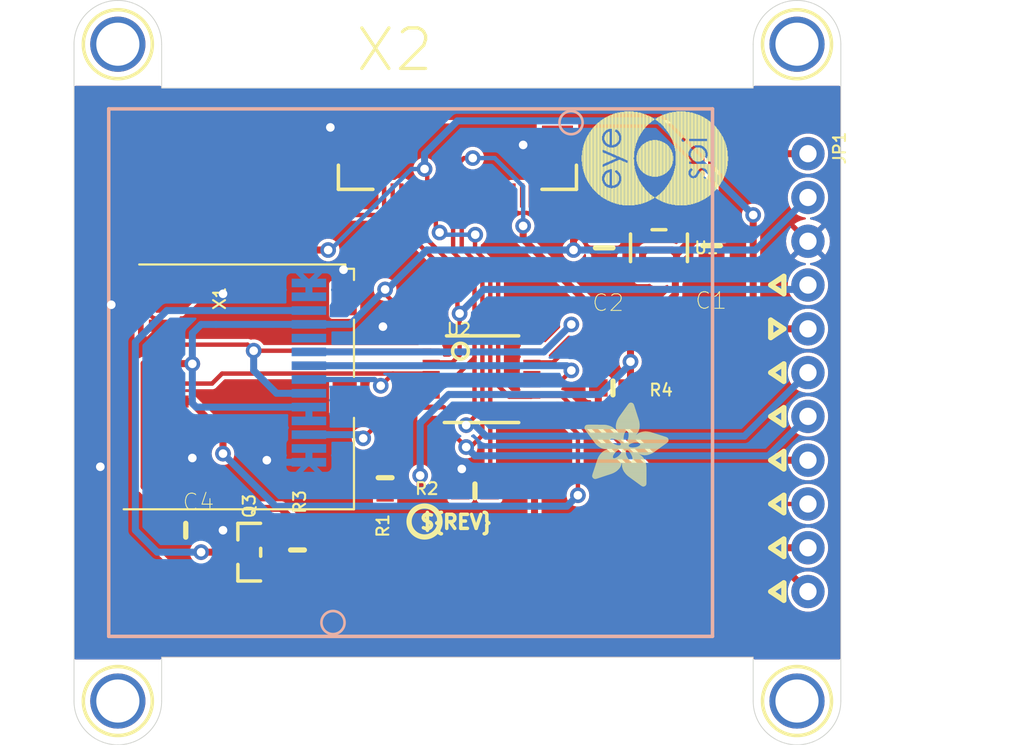
<source format=kicad_pcb>
(kicad_pcb (version 20221018) (generator pcbnew)
  (layers (0 "F.Cu" signal) (1 "In1.Cu" signal) (2 "In2.Cu" signal) (3 "In3.Cu" signal) (4 "In4.Cu" signal) (5 "In5.Cu" signal) (6 "In6.Cu" signal) (7 "In7.Cu" signal) (8 "In8.Cu" signal) (9 "In9.Cu" signal) (10 "In10.Cu" signal) (11 "In11.Cu" signal) (12 "In12.Cu" signal) (13 "In13.Cu" signal) (14 "In14.Cu" signal) (31 "B.Cu" signal) (34 "B.Paste" user) (35 "F.Paste" user) (36 "B.SilkS" user "B.Silkscreen") (37 "F.SilkS" user "F.Silkscreen") (38 "B.Mask" user) (39 "F.Mask" user) (44 "Edge.Cuts" user))
  (net 0 "")
  (net 1 "GND")
  (net 2 "SCK")
  (net 3 "SCK_3V")
  (net 4 "MOSI")
  (net 5 "MOSI_3V")
  (net 6 "MISO")
  (net 7 "+3V3")
  (net 8 "CARDCS")
  (net 9 "CARDCS_3V")
  (net 10 "N$5")
  (net 11 "LITE")
  (net 12 "TFTDC")
  (net 13 "TFTDC_3V")
  (net 14 "TFTCS_3V")
  (net 15 "TFTCS")
  (net 16 "RST_3V")
  (net 17 "VIN")
  (net 18 "TFTRST")
  (footprint "working:PLABEL1" (layer "F.Cu") (at 162.0901 110.5916)
    (fp_text reference "PLABEL1" hide)
    (fp_text value "" hide)
  )
  (footprint "working:MOUNTINGHOLE_2.5_PLATED" (layer "F.Cu") (at 168.1861 85.9536)
    (fp_text reference "U$9" hide)
    (fp_text value "MOUNTINGHOLE2.5" hide)
  )
  (footprint "working:FIDUCIAL_1MM" (layer "F.Cu") (at 129.5781 89.7636)
    (fp_text reference "U$4" hide)
    (fp_text value "FIDUCIAL_1MM" hide)
  )
  (footprint "working:PLABEL7" (layer "F.Cu") (at 162.8521 102.9716)
    (fp_text reference "PLABEL7" hide)
    (fp_text value "" hide)
  )
  (footprint "working:PLABEL8" (layer "F.Cu") (at 163.4871 118.2116)
    (fp_text reference "PLABEL8" hide)
    (fp_text value "" hide)
  )
  (footprint "working:MOUNTINGHOLE_2.5_PLATED" (layer "F.Cu") (at 128.8161 124.0536)
    (fp_text reference "U$8" hide)
    (fp_text value "MOUNTINGHOLE2.5" hide)
  )
  (footprint "working:MICROSD" (layer "F.Cu") (at 134.9121 106.0196 -90)
    (fp_text reference "X1")
    (fp_text value "MICROSD")
  )
  (footprint "working:0805-NO" (layer "F.Cu") (at 157.0101 97.7646 -90)
    (fp_text reference "C2")
    (fp_text value "10uF")
  )
  (footprint "working:PLABEL5" (layer "F.Cu") (at 162.8521 105.5116)
    (fp_text reference "PLABEL5" hide)
    (fp_text value "" hide)
  )
  (footprint "working:MOUNTINGHOLE_2.5_PLATED" (layer "F.Cu") (at 168.1861 124.0536)
    (fp_text reference "U$10" hide)
    (fp_text value "MOUNTINGHOLE2.5" hide)
  )
  (footprint "working:0603-NO" (layer "F.Cu") (at 157.5181 105.8926)
    (fp_text reference "R4")
    (fp_text value "10K")
  )
  (footprint "working:PLABEL6" (layer "F.Cu") (at 163.6141 100.3046)
    (fp_text reference "PLABEL6" hide)
    (fp_text value "" hide)
  )
  (footprint "working:FIDUCIAL_1MM" (layer "F.Cu") (at 168.6941 89.7636)
    (fp_text reference "U$5" hide)
    (fp_text value "FIDUCIAL_1MM" hide)
  )
  (footprint "working:PCBFEAT-REV-040" (layer "F.Cu") (at 146.5961 113.6396)
    (fp_text reference "U$2" hide)
    (fp_text value "" hide)
  )
  (footprint "working:0805-NO" (layer "F.Cu") (at 163.2331 97.6376 -90)
    (fp_text reference "C1")
    (fp_text value "10uF")
  )
  (footprint "working:PLABEL3" (layer "F.Cu") (at 159.9311 115.6716)
    (fp_text reference "PLABEL3" hide)
    (fp_text value "" hide)
  )
  (footprint "working:FIDUCIAL_1MM" (layer "F.Cu") (at 168.6941 120.4976)
    (fp_text reference "U$3" hide)
    (fp_text value "FIDUCIAL_1MM" hide)
  )
  (footprint "working:EYESPI_MINI_LOGO" (layer "F.Cu") (at 164.2491 95.3516 90)
    (fp_text reference "U$17" hide)
    (fp_text value "" hide)
  )
  (footprint "working:0603-NO" (layer "F.Cu") (at 149.5171 111.8616 180)
    (fp_text reference "R2")
    (fp_text value "10K")
  )
  (footprint "working:PLABEL4" (layer "F.Cu") (at 161.2011 108.0516)
    (fp_text reference "PLABEL4" hide)
    (fp_text value "" hide)
  )
  (footprint "working:SOT23-WIDE" (layer "F.Cu") (at 136.4361 115.4176 90)
    (fp_text reference "Q3")
    (fp_text value "BSS138")
  )
  (footprint "working:PLABEL12" (layer "F.Cu") (at 127.0381 120.6246)
    (fp_text reference "PLABEL12" hide)
    (fp_text value "" hide)
  )
  (footprint "working:PLABEL10" (layer "F.Cu") (at 143.2941 116.4336)
    (fp_text reference "PLABEL10" hide)
    (fp_text value "" hide)
  )
  (footprint "working:PLABEL13" (layer "F.Cu") (at 143.1671 120.8786)
    (fp_text reference "PLABEL13" hide)
    (fp_text value "" hide)
  )
  (footprint "working:PLABEL2" (layer "F.Cu") (at 163.9951 113.1316)
    (fp_text reference "PLABEL2" hide)
    (fp_text value "" hide)
  )
  (footprint "working:0603-NO" (layer "F.Cu") (at 132.7531 114.1476)
    (fp_text reference "C4")
    (fp_text value "0.1uF")
  )
  (footprint "working:0603-NO" (layer "F.Cu") (at 139.2301 115.2906 90)
    (fp_text reference "R3")
    (fp_text value "10K")
  )
  (footprint "working:PLABEL0" (layer "F.Cu") (at 165.6461 92.6846)
    (fp_text reference "PLABEL0" hide)
    (fp_text value "" hide)
  )
  (footprint "working:EYE_SPI_DISPLAY_BOTCONTACT" (layer "F.Cu") (at 148.5011 93.5736 180)
    (fp_text reference "X2")
    (fp_text value "EYE_SPI_DISPLAY_FLIP")
  )
  (footprint "working:MOUNTINGHOLE_2.5_PLATED" (layer "F.Cu") (at 128.8161 85.9536)
    (fp_text reference "U$7" hide)
    (fp_text value "MOUNTINGHOLE2.5" hide)
  )
  (footprint "working:PLABEL9" (layer "F.Cu") (at 128.9431 98.2726)
    (fp_text reference "PLABEL9" hide)
    (fp_text value "" hide)
  )
  (footprint "working:PLABEL11" (layer "F.Cu") (at 143.2941 118.7196)
    (fp_text reference "PLABEL11" hide)
    (fp_text value "" hide)
  )
  (footprint "working:PLABEL14" (layer "F.Cu") (at 165.1381 97.7646)
    (fp_text reference "PLABEL14" hide)
    (fp_text value "" hide)
  )
  (footprint "working:1X11_ROUND_76" (layer "F.Cu") (at 168.8211 105.0036 -90)
    (fp_text reference "JP1")
    (fp_text value "")
  )
  (footprint "working:TSSOP16" (layer "F.Cu") (at 149.8981 105.3846 -90)
    (fp_text reference "U2")
    (fp_text value "74HC4050PWR")
  )
  (footprint "working:ADAFRUIT_5MM" (layer "F.Cu") (at 155.8671 111.6076)
    (fp_text reference "U$1" hide)
    (fp_text value "" hide)
  )
  (footprint "working:SOT23-5" (layer "F.Cu") (at 160.1851 97.7646)
    (fp_text reference "U1")
    (fp_text value "AP2127K-3.3")
  )
  (footprint "working:0603-NO" (layer "F.Cu") (at 144.3101 111.0996 -90)
    (fp_text reference "R1")
    (fp_text value "10K")
  )
  (footprint "working:PLABEL15" (layer "F.Cu") (at 164.8841 95.3516)
    (fp_text reference "PLABEL15" hide)
    (fp_text value "" hide)
  )
  (footprint "working:PLABEL26" (layer "B.Cu") (at 167.4241 117.7036 180)
    (fp_text reference "PLABEL26" hide)
    (fp_text value "" hide)
  )
  (footprint "working:PLABEL19" (layer "B.Cu") (at 167.4241 99.9236 180)
    (fp_text reference "PLABEL19" hide)
    (fp_text value "" hide)
  )
  (footprint "working:PLABEL24" (layer "B.Cu") (at 167.4241 112.6236 180)
    (fp_text reference "PLABEL24" hide)
    (fp_text value "" hide)
  )
  (footprint "working:PLABEL17" (layer "B.Cu") (at 167.4241 94.8436 180)
    (fp_text reference "PLABEL17" hide)
    (fp_text value "" hide)
  )
  (footprint "working:PLABEL16" (layer "B.Cu") (at 167.4241 92.3036 180)
    (fp_text reference "PLABEL16" hide)
    (fp_text value "" hide)
  )
  (footprint "working:TFT_1.44IN_128_128" (layer "B.Cu") (at 127.0381 105.0036 90)
    (fp_text reference "TFT2" hide)
    (fp_text value "DISP_LCD_ST7735_1.44IN" hide)
  )
  (footprint "working:PLABEL18" (layer "B.Cu") (at 167.4241 97.3836 180)
    (fp_text reference "PLABEL18" hide)
    (fp_text value "" hide)
  )
  (footprint "working:PLABEL22" (layer "B.Cu") (at 167.4241 107.5436 180)
    (fp_text reference "PLABEL22" hide)
    (fp_text value "" hide)
  )
  (footprint "working:PLABEL20" (layer "B.Cu") (at 167.4241 102.4636 180)
    (fp_text reference "PLABEL20" hide)
    (fp_text value "" hide)
  )
  (footprint "working:PLABEL25" (layer "B.Cu") (at 167.4241 115.1636 180)
    (fp_text reference "PLABEL25" hide)
    (fp_text value "" hide)
  )
  (footprint "working:PLABEL23" (layer "B.Cu") (at 167.4241 110.0836 180)
    (fp_text reference "PLABEL23" hide)
    (fp_text value "" hide)
  )
  (footprint "working:PLABEL21" (layer "B.Cu") (at 167.4241 105.0036 180)
    (fp_text reference "PLABEL21" hide)
    (fp_text value "" hide)
  )
  (gr_line (start 166.6621 105.0036) (end 167.4241 105.5116) (stroke (width 0.3048)) (layer "F.SilkS"))
  (gr_line (start 167.4241 100.4316) (end 166.6621 99.9236) (stroke (width 0.3048)) (layer "F.SilkS"))
  (gr_line (start 166.6621 110.0836) (end 167.4241 110.5916) (stroke (width 0.3048)) (layer "F.SilkS"))
  (gr_line (start 167.4241 109.5756) (end 166.6621 110.0836) (stroke (width 0.3048)) (layer "F.SilkS"))
  (gr_line (start 167.4241 112.1156) (end 166.6621 112.6236) (stroke (width 0.3048)) (layer "F.SilkS"))
  (gr_line (start 167.4241 114.6556) (end 166.6621 115.1636) (stroke (width 0.3048)) (layer "F.SilkS"))
  (gr_line (start 167.4241 113.1316) (end 167.4241 112.1156) (stroke (width 0.3048)) (layer "F.SilkS"))
  (gr_line (start 167.4241 117.1956) (end 167.4241 118.2116) (stroke (width 0.3048)) (layer "F.SilkS"))
  (gr_line (start 167.4241 108.0516) (end 167.4241 107.0356) (stroke (width 0.3048)) (layer "F.SilkS"))
  (gr_line (start 167.4241 107.0356) (end 166.6621 107.5436) (stroke (width 0.3048)) (layer "F.SilkS"))
  (gr_line (start 167.4241 104.4956) (end 166.6621 105.0036) (stroke (width 0.3048)) (layer "F.SilkS"))
  (gr_line (start 166.6621 117.7036) (end 167.4241 117.1956) (stroke (width 0.3048)) (layer "F.SilkS"))
  (gr_line (start 167.4241 115.6716) (end 167.4241 114.6556) (stroke (width 0.3048)) (layer "F.SilkS"))
  (gr_line (start 166.6621 99.9236) (end 167.4241 99.4156) (stroke (width 0.3048)) (layer "F.SilkS"))
  (gr_line (start 167.4241 102.4636) (end 166.6621 101.9556) (stroke (width 0.3048)) (layer "F.SilkS"))
  (gr_line (start 166.6621 107.5436) (end 167.4241 108.0516) (stroke (width 0.3048)) (layer "F.SilkS"))
  (gr_line (start 166.6621 101.9556) (end 166.6621 102.9716) (stroke (width 0.3048)) (layer "F.SilkS"))
  (gr_line (start 167.4241 99.4156) (end 167.4241 100.4316) (stroke (width 0.3048)) (layer "F.SilkS"))
  (gr_line (start 166.6621 112.6236) (end 167.4241 113.1316) (stroke (width 0.3048)) (layer "F.SilkS"))
  (gr_line (start 166.6621 115.1636) (end 167.4241 115.6716) (stroke (width 0.3048)) (layer "F.SilkS"))
  (gr_line (start 167.4241 110.5916) (end 167.4241 109.5756) (stroke (width 0.3048)) (layer "F.SilkS"))
  (gr_line (start 166.6621 102.9716) (end 167.4241 102.4636) (stroke (width 0.3048)) (layer "F.SilkS"))
  (gr_line (start 167.4241 118.2116) (end 166.6621 117.7036) (stroke (width 0.3048)) (layer "F.SilkS"))
  (gr_line (start 167.4241 105.5116) (end 167.4241 104.4956) (stroke (width 0.3048)) (layer "F.SilkS"))
  (gr_line (start 165.6461 121.5136) (end 165.6461 124.0536) (stroke (width 0.05)) (layer "Edge.Cuts"))
  (gr_arc (start 168.1861 126.5936) (mid 166.390049 125.849651) (end 165.6461 124.0536) (stroke (width 0.05)) (layer "Edge.Cuts"))
  (gr_arc (start 165.6461 85.9536) (mid 166.390049 84.157549) (end 168.1861 83.4136) (stroke (width 0.05)) (layer "Edge.Cuts"))
  (gr_arc (start 168.1861 83.4136) (mid 169.982151 84.157549) (end 170.7261 85.9536) (stroke (width 0.05)) (layer "Edge.Cuts"))
  (gr_line (start 126.2761 85.9536) (end 126.2761 124.0536) (stroke (width 0.05)) (layer "Edge.Cuts"))
  (gr_line (start 131.3561 121.5136) (end 165.6461 121.5136) (stroke (width 0.05)) (layer "Edge.Cuts"))
  (gr_line (start 131.3561 124.0536) (end 131.3561 121.5136) (stroke (width 0.05)) (layer "Edge.Cuts"))
  (gr_line (start 131.3561 88.4936) (end 131.3561 85.9536) (stroke (width 0.05)) (layer "Edge.Cuts"))
  (gr_line (start 170.7261 124.0536) (end 170.7261 85.9536) (stroke (width 0.05)) (layer "Edge.Cuts"))
  (gr_arc (start 170.7261 124.0536) (mid 169.982151 125.849651) (end 168.1861 126.5936) (stroke (width 0.05)) (layer "Edge.Cuts"))
  (gr_line (start 165.6461 88.4936) (end 131.3561 88.4936) (stroke (width 0.05)) (layer "Edge.Cuts"))
  (gr_line (start 165.6461 85.9536) (end 165.6461 88.4936) (stroke (width 0.05)) (layer "Edge.Cuts"))
  (gr_arc (start 126.2761 85.9536) (mid 127.020049 84.157549) (end 128.8161 83.4136) (stroke (width 0.05)) (layer "Edge.Cuts"))
  (gr_arc (start 128.8161 83.4136) (mid 130.612151 84.157549) (end 131.3561 85.9536) (stroke (width 0.05)) (layer "Edge.Cuts"))
  (gr_arc (start 128.8161 126.5936) (mid 127.020049 125.849651) (end 126.2761 124.0536) (stroke (width 0.05)) (layer "Edge.Cuts"))
  (gr_arc (start 131.3561 124.0536) (mid 130.612151 125.849651) (end 128.8161 126.5936) (stroke (width 0.05)) (layer "Edge.Cuts"))
  (via (at 128.4351 101.0666) (size 0.9064) (drill 0.5) (layers "F.Cu" "B.Cu") (net 1))
  (via (at 133.1341 109.9566) (size 0.9064) (drill 0.5) (layers "F.Cu" "B.Cu") (net 1))
  (via (at 141.1351 90.7796) (size 0.9064) (drill 0.5) (layers "F.Cu" "B.Cu") (net 1))
  (via (at 137.4521 110.0836) (size 0.9064) (drill 0.5) (layers "F.Cu" "B.Cu") (net 1))
  (via (at 148.7551 110.5916) (size 0.9064) (drill 0.5) (layers "F.Cu" "B.Cu") (net 1))
  (via (at 144.1831 102.3366) (size 0.9064) (drill 0.5) (layers "F.Cu" "B.Cu") (net 1))
  (via (at 134.9121 100.4316) (size 0.9064) (drill 0.5) (layers "F.Cu" "B.Cu") (net 1))
  (via (at 141.8971 99.0346) (size 0.9064) (drill 0.5) (layers "F.Cu" "B.Cu") (net 1))
  (via (at 152.3111 91.7956) (size 0.9064) (drill 0.5) (layers "F.Cu" "B.Cu") (net 1))
  (via (at 127.8001 110.4646) (size 0.9064) (drill 0.5) (layers "F.Cu" "B.Cu") (net 1))
  (via (at 134.9121 114.1476) (size 0.9064) (drill 0.5) (layers "F.Cu" "B.Cu") (net 1))
  (segment (start 139.8931 110.2036) (end 139.8931 109.4036) (width 0.4064) (layer "B.Cu") (net 1))
  (segment (start 139.8931 110.2036) (end 137.5721 110.2036) (width 0.4064) (layer "B.Cu") (net 1))
  (segment (start 139.8931 99.8036) (end 139.8931 100.6036) (width 0.4064) (layer "B.Cu") (net 1))
  (segment (start 137.5721 110.2036) (end 137.4521 110.0836) (width 0.4064) (layer "B.Cu") (net 1))
  (segment (start 145.7511 97.0466) (end 148.5011 99.7966) (width 0.254) (layer "F.Cu") (net 2))
  (segment (start 148.5011 99.7966) (end 148.5011 101.4476) (width 0.254) (layer "F.Cu") (net 2))
  (segment (start 148.6281 103.9876) (end 148.6281 101.5746) (width 0.254) (layer "F.Cu") (net 2))
  (segment (start 146.9803 104.4096) (end 148.2061 104.4096) (width 0.254) (layer "F.Cu") (net 2))
  (segment (start 145.7511 94.7276) (end 145.7511 97.0466) (width 0.254) (layer "F.Cu") (net 2))
  (segment (start 148.5011 101.4476) (end 148.6281 101.5746) (width 0.254) (layer "F.Cu") (net 2))
  (segment (start 148.2061 104.4096) (end 148.6281 103.9876) (width 0.254) (layer "F.Cu") (net 2))
  (via (at 148.6281 101.5746) (size 0.9064) (drill 0.5) (layers "F.Cu" "B.Cu") (net 2))
  (segment (start 168.5671 100.1776) (end 150.0251 100.1776) (width 0.4064) (layer "B.Cu") (net 2))
  (segment (start 148.6281 101.5746) (end 150.0251 100.1776) (width 0.4064) (layer "B.Cu") (net 2))
  (segment (start 168.8211 99.9236) (end 168.5671 100.1776) (width 0.4064) (layer "B.Cu") (net 2))
  (segment (start 136.3371 103.3806) (end 136.6901 103.7336) (width 0.254) (layer "F.Cu") (net 3))
  (segment (start 146.9543 103.7336) (end 146.9803 103.7596) (width 0.254) (layer "F.Cu") (net 3))
  (segment (start 136.6901 103.7336) (end 146.9543 103.7336) (width 0.254) (layer "F.Cu") (net 3))
  (segment (start 131.7651 103.3806) (end 136.3371 103.3806) (width 0.254) (layer "F.Cu") (net 3))
  (via (at 136.6901 103.7336) (size 0.9064) (drill 0.5) (layers "F.Cu" "B.Cu") (net 3))
  (segment (start 139.8931 106.2036) (end 138.0171 106.2036) (width 0.4064) (layer "B.Cu") (net 3))
  (segment (start 138.0171 106.2036) (end 136.6901 104.8766) (width 0.4064) (layer "B.Cu") (net 3))
  (segment (start 136.6901 104.8766) (end 136.6901 103.7336) (width 0.4064) (layer "B.Cu") (net 3))
  (segment (start 149.4917 100.0252) (end 149.4917 104.14) (width 0.254) (layer "F.Cu") (net 4))
  (segment (start 149.4917 107.569) (end 149.0091 108.0516) (width 0.254) (layer "F.Cu") (net 4))
  (segment (start 146.2511 96.7846) (end 149.4917 100.0252) (width 0.254) (layer "F.Cu") (net 4))
  (segment (start 149.4917 104.14) (end 147.9221 105.7096) (width 0.254) (layer "F.Cu") (net 4))
  (segment (start 146.2511 94.7276) (end 146.2511 96.7846) (width 0.254) (layer "F.Cu") (net 4))
  (segment (start 146.9803 105.7096) (end 147.9221 105.7096) (width 0.254) (layer "F.Cu") (net 4))
  (segment (start 149.4917 104.14) (end 149.4917 107.569) (width 0.254) (layer "F.Cu") (net 4))
  (via (at 149.0091 108.0516) (size 0.9064) (drill 0.5) (layers "F.Cu" "B.Cu") (net 4))
  (segment (start 149.5171 108.0516) (end 149.0091 108.0516) (width 0.4064) (layer "B.Cu") (net 4))
  (segment (start 168.8211 105.0036) (end 165.1381 108.6866) (width 0.4064) (layer "B.Cu") (net 4))
  (segment (start 150.1521 108.6866) (end 149.5171 108.0516) (width 0.4064) (layer "B.Cu") (net 4))
  (segment (start 165.1381 108.6866) (end 150.1521 108.6866) (width 0.4064) (layer "B.Cu") (net 4))
  (segment (start 131.8231 105.6386) (end 131.7651 105.5806) (width 0.254) (layer "F.Cu") (net 5))
  (segment (start 134.2771 105.6386) (end 131.8231 105.6386) (width 0.254) (layer "F.Cu") (net 5))
  (segment (start 144.7621 105.0596) (end 134.8561 105.0596) (width 0.254) (layer "F.Cu") (net 5))
  (segment (start 144.7621 105.0596) (end 144.0561 105.7656) (width 0.254) (layer "F.Cu") (net 5))
  (segment (start 146.9803 105.0596) (end 144.7621 105.0596) (width 0.254) (layer "F.Cu") (net 5))
  (segment (start 134.8561 105.0596) (end 134.2771 105.6386) (width 0.254) (layer "F.Cu") (net 5))
  (via (at 144.0561 105.7656) (size 0.9064) (drill 0.5) (layers "F.Cu" "B.Cu") (net 5))
  (segment (start 143.6941 105.4036) (end 144.0561 105.7656) (width 0.3048) (layer "B.Cu") (net 5))
  (segment (start 140.7541 105.4036) (end 143.6941 105.4036) (width 0.3048) (layer "B.Cu") (net 5))
  (segment (start 139.8931 105.4036) (end 140.7541 105.4036) (width 0.4064) (layer "B.Cu") (net 5))
  (segment (start 146.7511 93.3476) (end 146.5961 93.1926) (width 0.254) (layer "F.Cu") (net 6))
  (segment (start 141.0081 97.8916) (end 135.9281 97.8916) (width 0.4064) (layer "F.Cu") (net 6))
  (segment (start 146.7511 94.7276) (end 146.7511 93.3476) (width 0.254) (layer "F.Cu") (net 6))
  (segment (start 168.8211 102.4636) (end 166.9161 102.4636) (width 0.4064) (layer "F.Cu") (net 6))
  (segment (start 165.6461 101.1936) (end 165.6461 95.8596) (width 0.4064) (layer "F.Cu") (net 6))
  (segment (start 166.9161 102.4636) (end 165.6461 101.1936) (width 0.4064) (layer "F.Cu") (net 6))
  (segment (start 135.9281 97.8916) (end 132.6391 101.1806) (width 0.4064) (layer "F.Cu") (net 6))
  (segment (start 131.7651 101.1806) (end 132.6391 101.1806) (width 0.4064) (layer "F.Cu") (net 6))
  (via (at 141.0081 97.8916) (size 0.9064) (drill 0.5) (layers "F.Cu" "B.Cu") (net 6))
  (via (at 165.6461 95.8596) (size 0.9064) (drill 0.5) (layers "F.Cu" "B.Cu") (net 6))
  (via (at 146.5961 93.1926) (size 0.9064) (drill 0.5) (layers "F.Cu" "B.Cu") (net 6))
  (segment (start 148.5011 90.3986) (end 146.5961 92.3036) (width 0.4064) (layer "B.Cu") (net 6))
  (segment (start 145.8341 93.1926) (end 141.1351 97.8916) (width 0.254) (layer "B.Cu") (net 6))
  (segment (start 165.6461 95.8596) (end 160.1851 90.3986) (width 0.4064) (layer "B.Cu") (net 6))
  (segment (start 160.1851 90.3986) (end 148.5011 90.3986) (width 0.4064) (layer "B.Cu") (net 6))
  (segment (start 146.5961 93.1926) (end 145.8341 93.1926) (width 0.254) (layer "B.Cu") (net 6))
  (segment (start 146.5961 92.3036) (end 146.5961 93.1926) (width 0.4064) (layer "B.Cu") (net 6))
  (segment (start 141.1351 97.8916) (end 141.0081 97.8916) (width 0.254) (layer "B.Cu") (net 6))
  (segment (start 144.3101 100.4394) (end 144.3101 100.1776) (width 0.254) (layer "F.Cu") (net 7))
  (segment (start 139.2301 113.8326) (end 138.2751 112.8776) (width 0.4064) (layer "F.Cu") (net 7))
  (segment (start 159.2351 96.4645) (end 159.2351 96.4646) (width 0.4064) (layer "F.Cu") (net 7))
  (segment (start 158.8851 96.8146) (end 157.0101 96.8146) (width 0.4064) (layer "F.Cu") (net 7))
  (segment (start 139.2301 114.4406) (end 139.2301 113.8326) (width 0.4064) (layer "F.Cu") (net 7))
  (segment (start 131.9031 112.884125) (end 131.9031 114.1476) (width 0.4064) (layer "F.Cu") (net 7))
  (segment (start 130.3401 111.6076) (end 130.3401 104.4806) (width 0.4064) (layer "F.Cu") (net 7))
  (segment (start 146.9803 103.1096) (end 144.3101 100.4394) (width 0.254) (layer "F.Cu") (net 7))
  (segment (start 131.6101 112.8776) (end 131.898928 112.8776) (width 0.4064) (layer "F.Cu") (net 7))
  (segment (start 131.9031 112.884125) (end 131.898928 112.8776) (width 0.4064) (layer "F.Cu") (net 7))
  (segment (start 155.2321 97.3051) (end 155.2321 97.8916) (width 0.4064) (layer "F.Cu") (net 7))
  (segment (start 130.3401 111.6076) (end 131.6101 112.8776) (width 0.4064) (layer "F.Cu") (net 7))
  (segment (start 157.0101 96.8146) (end 155.7226 96.8146) (width 0.4064) (layer "F.Cu") (net 7))
  (segment (start 159.2351 96.4646) (end 158.8851 96.8146) (width 0.4064) (layer "F.Cu") (net 7))
  (segment (start 133.1491 104.4806) (end 133.1341 104.4956) (width 0.4064) (layer "F.Cu") (net 7))
  (segment (start 131.3651 104.4806) (end 133.1491 104.4806) (width 0.4064) (layer "F.Cu") (net 7))
  (segment (start 138.2751 112.8776) (end 131.898928 112.8776) (width 0.4064) (layer "F.Cu") (net 7))
  (segment (start 155.7226 96.8146) (end 155.2321 97.3051) (width 0.4064) (layer "F.Cu") (net 7))
  (segment (start 131.3651 104.4806) (end 130.3401 104.4806) (width 0.4064) (layer "F.Cu") (net 7))
  (via (at 155.2321 97.8916) (size 0.9064) (drill 0.5) (layers "F.Cu" "B.Cu") (net 7))
  (via (at 144.3101 100.1776) (size 0.9064) (drill 0.5) (layers "F.Cu" "B.Cu") (net 7))
  (via (at 133.1341 104.4956) (size 0.9064) (drill 0.5) (layers "F.Cu" "B.Cu") (net 7))
  (segment (start 155.2321 97.8916) (end 146.7231 97.8916) (width 0.4064) (layer "B.Cu") (net 7))
  (segment (start 142.2841 102.2036) (end 139.8931 102.2036) (width 0.4064) (layer "B.Cu") (net 7))
  (segment (start 133.6421 102.2096) (end 134.5061 102.2096) (width 0.4064) (layer "B.Cu") (net 7))
  (segment (start 146.7231 97.8916) (end 144.4371 100.1776) (width 0.4064) (layer "B.Cu") (net 7))
  (segment (start 133.1341 106.7816) (end 133.1341 104.4956) (width 0.4064) (layer "B.Cu") (net 7))
  (segment (start 133.3561 107.0036) (end 133.1341 106.7816) (width 0.4064) (layer "B.Cu") (net 7))
  (segment (start 133.1341 104.4956) (end 133.1341 102.7176) (width 0.4064) (layer "B.Cu") (net 7))
  (segment (start 139.8931 107.0036) (end 139.8931 107.8036) (width 0.4064) (layer "B.Cu") (net 7))
  (segment (start 134.5061 102.2096) (end 139.8931 102.2036) (width 0.4064) (layer "B.Cu") (net 7))
  (segment (start 144.3101 100.1776) (end 144.4371 100.1776) (width 0.4064) (layer "B.Cu") (net 7))
  (segment (start 165.7731 97.8916) (end 168.8211 94.8436) (width 0.4064) (layer "B.Cu") (net 7))
  (segment (start 133.1341 102.7176) (end 133.6421 102.2096) (width 0.4064) (layer "B.Cu") (net 7))
  (segment (start 165.7731 97.8916) (end 155.2321 97.8916) (width 0.4064) (layer "B.Cu") (net 7))
  (segment (start 144.3101 100.1776) (end 142.2841 102.2036) (width 0.4064) (layer "B.Cu") (net 7))
  (segment (start 139.8931 107.0036) (end 133.3561 107.0036) (width 0.4064) (layer "B.Cu") (net 7))
  (segment (start 152.9715 114.173) (end 153.9621 115.1636) (width 0.4064) (layer "F.Cu") (net 8))
  (segment (start 152.8159 107.6596) (end 152.8049 107.6706) (width 0.254) (layer "F.Cu") (net 8))
  (segment (start 150.4061 107.6706) (end 150.4061 111.8226) (width 0.254) (layer "F.Cu") (net 8))
  (segment (start 153.9621 115.1636) (end 168.8211 115.1636) (width 0.4064) (layer "F.Cu") (net 8))
  (segment (start 150.4061 99.4156) (end 150.4061 107.6706) (width 0.254) (layer "F.Cu") (net 8))
  (segment (start 150.4061 111.8226) (end 150.3671 111.8616) (width 0.254) (layer "F.Cu") (net 8))
  (segment (start 148.7511 97.7606) (end 150.4061 99.4156) (width 0.254) (layer "F.Cu") (net 8))
  (segment (start 152.8445 111.8616) (end 152.9715 111.9886) (width 0.4064) (layer "F.Cu") (net 8))
  (segment (start 152.8049 107.6706) (end 150.4061 107.6706) (width 0.254) (layer "F.Cu") (net 8))
  (segment (start 150.3671 111.8616) (end 152.8445 111.8616) (width 0.4064) (layer "F.Cu") (net 8))
  (segment (start 148.7511 94.7276) (end 148.7511 97.7606) (width 0.254) (layer "F.Cu") (net 8))
  (segment (start 152.9715 111.9886) (end 152.9715 114.173) (width 0.4064) (layer "F.Cu") (net 8))
  (segment (start 152.8159 107.0096) (end 153.9361 107.0096) (width 0.254) (layer "F.Cu") (net 9))
  (segment (start 132.1651 106.6806) (end 133.0331 106.6806) (width 0.4064) (layer "F.Cu") (net 9))
  (segment (start 134.9121 108.5596) (end 134.9121 109.7026) (width 0.4064) (layer "F.Cu") (net 9))
  (segment (start 134.9121 108.5596) (end 133.0331 106.6806) (width 0.4064) (layer "F.Cu") (net 9))
  (segment (start 153.9361 107.0096) (end 155.4861 108.5596) (width 0.254) (layer "F.Cu") (net 9))
  (segment (start 155.4861 108.5596) (end 155.4861 112.1156) (width 0.254) (layer "F.Cu") (net 9))
  (via (at 134.9121 109.7026) (size 0.9064) (drill 0.5) (layers "F.Cu" "B.Cu") (net 9))
  (via (at 155.4861 112.1156) (size 0.9064) (drill 0.5) (layers "F.Cu" "B.Cu") (net 9))
  (segment (start 137.9601 112.7506) (end 134.9121 109.7026) (width 0.4064) (layer "B.Cu") (net 9))
  (segment (start 154.8511 112.7506) (end 137.9601 112.7506) (width 0.4064) (layer "B.Cu") (net 9))
  (segment (start 154.8511 112.7506) (end 155.4861 112.1156) (width 0.4064) (layer "B.Cu") (net 9))
  (segment (start 135.4361 115.4176) (end 133.6421 115.4176) (width 0.4064) (layer "F.Cu") (net 10))
  (via (at 133.6421 115.4176) (size 0.9064) (drill 0.5) (layers "F.Cu" "B.Cu") (net 10))
  (segment (start 129.8321 103.2256) (end 131.6541 101.4036) (width 0.4064) (layer "B.Cu") (net 10))
  (segment (start 129.8321 114.1476) (end 131.1021 115.4176) (width 0.4064) (layer "B.Cu") (net 10))
  (segment (start 129.8321 103.2256) (end 129.8321 114.1476) (width 0.4064) (layer "B.Cu") (net 10))
  (segment (start 131.6541 101.4036) (end 139.8931 101.4036) (width 0.4064) (layer "B.Cu") (net 10))
  (segment (start 131.1021 115.4176) (end 133.6421 115.4176) (width 0.4064) (layer "B.Cu") (net 10))
  (segment (start 130.3401 100.6856) (end 130.3401 99.6696) (width 0.4064) (layer "F.Cu") (net 11))
  (segment (start 129.5781 101.4476) (end 130.3401 100.6856) (width 0.4064) (layer "F.Cu") (net 11))
  (segment (start 138.99734 116.37336) (end 138.9811 116.3676) (width 0.4064) (layer "F.Cu") (net 11))
  (segment (start 129.5781 114.2746) (end 129.5781 101.4476) (width 0.4064) (layer "F.Cu") (net 11))
  (segment (start 144.7511 95.6726) (end 144.5641 95.8596) (width 0.254) (layer "F.Cu") (net 11))
  (segment (start 139.479459 116.17496) (end 139.2301 116.1406) (width 0.4064) (layer "F.Cu") (net 11))
  (segment (start 144.5641 95.8596) (end 140.6271 95.8596) (width 0.254) (layer "F.Cu") (net 11))
  (segment (start 139.7381 116.4336) (end 139.479459 116.17496) (width 0.4064) (layer "F.Cu") (net 11))
  (segment (start 131.6711 116.3676) (end 129.5781 114.2746) (width 0.4064) (layer "F.Cu") (net 11))
  (segment (start 134.1501 95.8596) (end 140.6271 95.8596) (width 0.4064) (layer "F.Cu") (net 11))
  (segment (start 137.4361 116.3676) (end 138.9811 116.3676) (width 0.4064) (layer "F.Cu") (net 11))
  (segment (start 144.7511 94.7276) (end 144.7511 95.6726) (width 0.254) (layer "F.Cu") (net 11))
  (segment (start 137.4361 116.3676) (end 131.6711 116.3676) (width 0.4064) (layer "F.Cu") (net 11))
  (segment (start 167.5511 116.4336) (end 139.7381 116.4336) (width 0.4064) (layer "F.Cu") (net 11))
  (segment (start 138.99734 116.37336) (end 139.2301 116.1406) (width 0.4064) (layer "F.Cu") (net 11))
  (segment (start 130.3401 99.6696) (end 134.1501 95.8596) (width 0.4064) (layer "F.Cu") (net 11))
  (segment (start 167.5511 116.4336) (end 168.8211 117.7036) (width 0.4064) (layer "F.Cu") (net 11))
  (segment (start 152.8159 106.3596) (end 154.5561 106.3596) (width 0.254) (layer "F.Cu") (net 12))
  (segment (start 149.52289 97.01421) (end 149.5345 97.0026) (width 0.254) (layer "F.Cu") (net 12))
  (segment (start 149.52289 97.88581) (end 149.52289 97.01421) (width 0.254) (layer "F.Cu") (net 12))
  (segment (start 150.8633 99.226219) (end 149.52289 97.88581) (width 0.254) (layer "F.Cu") (net 12))
  (segment (start 154.5561 106.3596) (end 160.8201 112.6236) (width 0.254) (layer "F.Cu") (net 12))
  (segment (start 150.8633 105.7656) (end 150.8633 99.226219) (width 0.254) (layer "F.Cu") (net 12))
  (segment (start 147.4677 96.8756) (end 147.2511 96.659) (width 0.254) (layer "F.Cu") (net 12))
  (segment (start 150.8633 105.7656) (end 151.4983 106.4006) (width 0.254) (layer "F.Cu") (net 12))
  (segment (start 151.4983 106.4006) (end 152.7749 106.4006) (width 0.254) (layer "F.Cu") (net 12))
  (segment (start 160.8201 112.6236) (end 168.8211 112.6236) (width 0.254) (layer "F.Cu") (net 12))
  (segment (start 152.7749 106.4006) (end 152.8159 106.3596) (width 0.254) (layer "F.Cu") (net 12))
  (segment (start 147.2511 96.659) (end 147.2511 94.7276) (width 0.254) (layer "F.Cu") (net 12))
  (via (at 149.5345 97.0026) (size 0.9064) (drill 0.5) (layers "F.Cu" "B.Cu") (net 12))
  (via (at 147.4677 96.8756) (size 0.9064) (drill 0.5) (layers "F.Cu" "B.Cu") (net 12))
  (segment (start 147.4677 96.8756) (end 147.5947 97.0026) (width 0.254) (layer "B.Cu") (net 12))
  (segment (start 149.5345 97.0026) (end 147.5947 97.0026) (width 0.254) (layer "B.Cu") (net 12))
  (segment (start 154.2721 105.7096) (end 155.1051 104.8766) (width 0.254) (layer "F.Cu") (net 13))
  (segment (start 152.8159 105.7096) (end 154.2721 105.7096) (width 0.254) (layer "F.Cu") (net 13))
  (via (at 155.1051 104.8766) (size 0.9064) (drill 0.5) (layers "F.Cu" "B.Cu") (net 13))
  (segment (start 154.8321 104.6036) (end 139.8931 104.6036) (width 0.4064) (layer "B.Cu") (net 13))
  (segment (start 155.1051 104.8766) (end 154.8321 104.6036) (width 0.4064) (layer "B.Cu") (net 13))
  (segment (start 146.9803 106.3596) (end 145.4941 106.3596) (width 0.254) (layer "F.Cu") (net 14))
  (segment (start 145.4941 106.3596) (end 143.0401 108.8136) (width 0.254) (layer "F.Cu") (net 14))
  (via (at 143.0401 108.8136) (size 0.9064) (drill 0.5) (layers "F.Cu" "B.Cu") (net 14))
  (segment (start 139.8931 108.6036) (end 142.8301 108.6036) (width 0.4064) (layer "B.Cu") (net 14))
  (segment (start 142.8301 108.6036) (end 143.0401 108.8136) (width 0.4064) (layer "B.Cu") (net 14))
  (segment (start 149.2631 109.3216) (end 149.0091 109.3216) (width 0.254) (layer "F.Cu") (net 15))
  (segment (start 144.3101 110.2496) (end 144.3101 108.3056) (width 0.254) (layer "F.Cu") (net 15))
  (segment (start 148.2511 94.7276) (end 148.2511 98.0226) (width 0.254) (layer "F.Cu") (net 15))
  (segment (start 144.3101 108.3056) (end 145.6061 107.0096) (width 0.254) (layer "F.Cu") (net 15))
  (segment (start 147.9931 107.2896) (end 147.9931 108.3056) (width 0.254) (layer "F.Cu") (net 15))
  (segment (start 149.9489 99.7204) (end 149.9489 108.6358) (width 0.254) (layer "F.Cu") (net 15))
  (segment (start 148.2511 98.0226) (end 149.9489 99.7204) (width 0.254) (layer "F.Cu") (net 15))
  (segment (start 147.9931 108.3056) (end 149.0091 109.3216) (width 0.254) (layer "F.Cu") (net 15))
  (segment (start 149.9489 108.6358) (end 149.2631 109.3216) (width 0.254) (layer "F.Cu") (net 15))
  (segment (start 145.6061 107.0096) (end 146.9803 107.0096) (width 0.254) (layer "F.Cu") (net 15))
  (segment (start 147.7131 107.0096) (end 147.9931 107.2896) (width 0.254) (layer "F.Cu") (net 15))
  (segment (start 146.9803 107.0096) (end 147.7131 107.0096) (width 0.254) (layer "F.Cu") (net 15))
  (via (at 149.0091 109.3216) (size 0.9064) (drill 0.5) (layers "F.Cu" "B.Cu") (net 15))
  (segment (start 168.8211 107.5436) (end 166.5351 109.8296) (width 0.4064) (layer "B.Cu") (net 15))
  (segment (start 149.5171 109.8296) (end 149.0091 109.3216) (width 0.4064) (layer "B.Cu") (net 15))
  (segment (start 166.5351 109.8296) (end 149.5171 109.8296) (width 0.4064) (layer "B.Cu") (net 15))
  (segment (start 153.5551 103.7596) (end 155.1051 102.2096) (width 0.254) (layer "F.Cu") (net 16))
  (segment (start 152.8159 103.7596) (end 153.5551 103.7596) (width 0.254) (layer "F.Cu") (net 16))
  (via (at 155.1051 102.2096) (size 0.9064) (drill 0.5) (layers "F.Cu" "B.Cu") (net 16))
  (segment (start 153.5111 103.8036) (end 155.1051 102.2096) (width 0.4064) (layer "B.Cu") (net 16))
  (segment (start 153.5111 103.8036) (end 139.8931 103.8036) (width 0.4064) (layer "B.Cu") (net 16))
  (segment (start 161.2011 98.1456) (end 161.2011 98.6536) (width 0.4064) (layer "F.Cu") (net 17))
  (segment (start 163.1721 96.7486) (end 162.8521 96.7486) (width 0.4064) (layer "F.Cu") (net 17))
  (segment (start 158.5341 105.7266) (end 158.3681 105.8926) (width 0.4064) (layer "F.Cu") (net 17))
  (segment (start 144.3981 111.8616) (end 144.3101 111.9496) (width 0.4064) (layer "F.Cu") (net 17))
  (segment (start 160.9471 97.8916) (end 161.2011 98.1456) (width 0.4064) (layer "F.Cu") (net 17))
  (segment (start 148.6671 111.8616) (end 146.3421 111.8616) (width 0.4064) (layer "F.Cu") (net 17))
  (segment (start 146.3421 111.8616) (end 146.3421 110.9726) (width 0.4064) (layer "F.Cu") (net 17))
  (segment (start 163.2331 96.6876) (end 163.2331 91.9226) (width 0.4064) (layer "F.Cu") (net 17))
  (segment (start 168.8211 92.3036) (end 163.6141 92.3036) (width 0.4064) (layer "F.Cu") (net 17))
  (segment (start 163.2331 91.9226) (end 161.4551 90.1446) (width 0.4064) (layer "F.Cu") (net 17))
  (segment (start 163.6141 92.3036) (end 163.2331 91.9226) (width 0.4064) (layer "F.Cu") (net 17))
  (segment (start 161.1351 99.0647) (end 161.1351 98.7196) (width 0.4064) (layer "F.Cu") (net 17))
  (segment (start 144.2511 94.7276) (end 144.2511 91.3466) (width 0.254) (layer "F.Cu") (net 17))
  (segment (start 159.2351 98.0796) (end 159.2351 99.0647) (width 0.4064) (layer "F.Cu") (net 17))
  (segment (start 161.1351 100.4617) (end 158.5341 103.0627) (width 0.4064) (layer "F.Cu") (net 17))
  (segment (start 158.5341 104.3686) (end 158.5341 105.7266) (width 0.4064) (layer "F.Cu") (net 17))
  (segment (start 161.7091 97.6376) (end 161.2011 98.1456) (width 0.4064) (layer "F.Cu") (net 17))
  (segment (start 145.4531 90.1446) (end 161.4551 90.1446) (width 0.4064) (layer "F.Cu") (net 17))
  (segment (start 158.5341 103.0627) (end 158.5341 104.3686) (width 0.4064) (layer "F.Cu") (net 17))
  (segment (start 161.9631 97.6376) (end 162.8521 96.7486) (width 0.4064) (layer "F.Cu") (net 17))
  (segment (start 159.4231 97.8916) (end 160.9471 97.8916) (width 0.4064) (layer "F.Cu") (net 17))
  (segment (start 161.1351 98.7196) (end 161.2011 98.6536) (width 0.4064) (layer "F.Cu") (net 17))
  (segment (start 159.4231 97.8916) (end 159.2351 98.0796) (width 0.4064) (layer "F.Cu") (net 17))
  (segment (start 161.1351 99.0647) (end 161.1351 100.4617) (width 0.4064) (layer "F.Cu") (net 17))
  (segment (start 163.2331 96.6876) (end 163.1721 96.7486) (width 0.4064) (layer "F.Cu") (net 17))
  (segment (start 146.3421 111.8616) (end 144.3981 111.8616) (width 0.4064) (layer "F.Cu") (net 17))
  (segment (start 161.9631 97.6376) (end 161.7091 97.6376) (width 0.4064) (layer "F.Cu") (net 17))
  (segment (start 144.2511 91.3466) (end 145.4531 90.1446) (width 0.4064) (layer "F.Cu") (net 17))
  (via (at 146.3421 110.9726) (size 0.9064) (drill 0.5) (layers "F.Cu" "B.Cu") (net 17))
  (via (at 158.5341 104.3686) (size 0.9064) (drill 0.5) (layers "F.Cu" "B.Cu") (net 17))
  (segment (start 146.3421 110.9726) (end 146.3421 107.9246) (width 0.4064) (layer "B.Cu") (net 17))
  (segment (start 146.3421 107.9246) (end 147.9931 106.2736) (width 0.4064) (layer "B.Cu") (net 17))
  (segment (start 158.5341 104.4956) (end 158.5341 104.3686) (width 0.4064) (layer "B.Cu") (net 17))
  (segment (start 156.7561 106.2736) (end 158.5341 104.4956) (width 0.4064) (layer "B.Cu") (net 17))
  (segment (start 147.9931 106.2736) (end 156.7561 106.2736) (width 0.4064) (layer "B.Cu") (net 17))
  (segment (start 156.6681 105.8926) (end 156.6681 105.1696) (width 0.4064) (layer "F.Cu") (net 18))
  (segment (start 159.732018 110.0836) (end 156.6681 107.019682) (width 0.4064) (layer "F.Cu") (net 18))
  (segment (start 156.6291 103.8606) (end 156.6291 101.5746) (width 0.4064) (layer "F.Cu") (net 18))
  (segment (start 156.6291 105.1306) (end 156.6291 103.8606) (width 0.4064) (layer "F.Cu") (net 18))
  (segment (start 156.6291 101.5746) (end 152.3111 97.2566) (width 0.4064) (layer "F.Cu") (net 18))
  (segment (start 148.8821 92.5576) (end 147.7511 93.6886) (width 0.254) (layer "F.Cu") (net 18))
  (segment (start 156.6681 105.1696) (end 156.6291 105.1306) (width 0.4064) (layer "F.Cu") (net 18))
  (segment (start 147.7511 93.6886) (end 147.7511 94.7276) (width 0.254) (layer "F.Cu") (net 18))
  (segment (start 154.5971 103.8606) (end 156.6291 103.8606) (width 0.254) (layer "F.Cu") (net 18))
  (segment (start 152.3111 97.2566) (end 152.3111 96.4946) (width 0.4064) (layer "F.Cu") (net 18))
  (segment (start 149.3901 92.5576) (end 148.8821 92.5576) (width 0.254) (layer "F.Cu") (net 18))
  (segment (start 154.0481 104.4096) (end 154.5971 103.8606) (width 0.254) (layer "F.Cu") (net 18))
  (segment (start 156.6681 105.8926) (end 156.6681 107.019682) (width 0.4064) (layer "F.Cu") (net 18))
  (segment (start 152.8159 104.4096) (end 154.0481 104.4096) (width 0.254) (layer "F.Cu") (net 18))
  (segment (start 159.732018 110.0836) (end 168.8211 110.0836) (width 0.4064) (layer "F.Cu") (net 18))
  (via (at 149.3901 92.5576) (size 0.9064) (drill 0.5) (layers "F.Cu" "B.Cu") (net 18))
  (via (at 152.3111 96.4946) (size 0.9064) (drill 0.5) (layers "F.Cu" "B.Cu") (net 18))
  (segment (start 152.3111 94.2086) (end 150.6601 92.5576) (width 0.254) (layer "B.Cu") (net 18))
  (segment (start 152.3111 96.4946) (end 152.3111 94.2086) (width 0.254) (layer "B.Cu") (net 18))
  (segment (start 150.6601 92.5576) (end 149.3901 92.5576) (width 0.254) (layer "B.Cu") (net 18))
  (zone (net 1) (net_name "GND") (layer "F.Cu") (priority 6) (connect_pads (clearance 0.000001)) (min_thickness 0.127) (fill yes (thermal_gap 0.304) (thermal_bridge_width 0.304))
    (polygon (pts (xy 170.8531 121.6406) (xy 126.1491 121.6406) (xy 126.1491 88.3666) (xy 170.8531 88.3666)))
  )
  (zone (net 1) (net_name "GND") (layer "B.Cu") (priority 6) (connect_pads (clearance 0.000001)) (min_thickness 0.127) (fill yes (thermal_gap 0.304) (thermal_bridge_width 0.304))
    (polygon (pts (xy 170.8531 121.6406) (xy 126.1491 121.6406) (xy 126.1491 88.3666) (xy 170.8531 88.3666)))
  )
)
</source>
